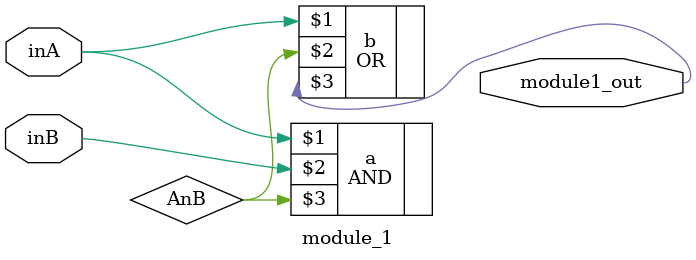
<source format=v>
module module_1(inA, inB, module1_out);
    input inA,inB;
    output module1_out;
    wire inA,inB,AnB,module1_out;

    AND a(inA, inB, AnB);
    OR b(inA, AnB, module1_out);
endmodule
</source>
